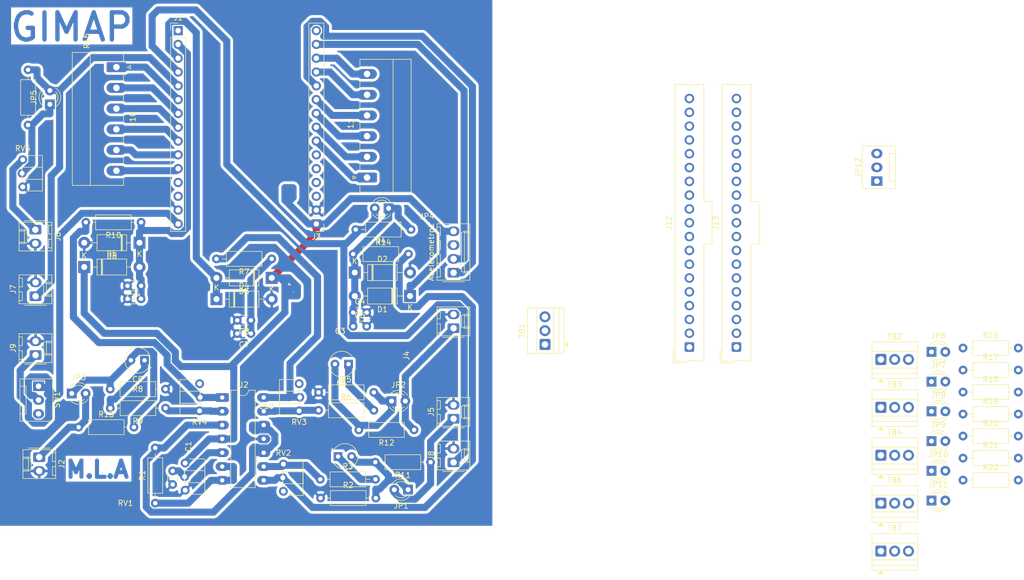
<source format=kicad_pcb>
(kicad_pcb (version 20241229) (generator "pcbnew") (generator_version "9.0")
  (layers (0 "F.Cu" signal) (2 "B.Cu" signal) (13 "F.Paste" user) (15 "B.Paste" user) (5 "F.SilkS" user "F.Silkscreen") (7 "B.SilkS" user "B.Silkscreen") (1 "F.Mask" user) (3 "B.Mask" user) (25 "Edge.Cuts" user))
  (net 0 "")
  (net 1 "SCL")
  (net 2 "SDA")
  (net 3 "+3.3V")
  (net 4 "GND")
  (net 5 "Net-(JP1-A)")
  (net 6 "Net-(D1-A)")
  (net 7 "Net-(JP2-A)")
  (net 8 "ADC2MICRO")
  (net 9 "Net-(JP3-A)")
  (net 10 "ADC1MICRO")
  (net 11 "Signal1")
  (net 12 "Signal2")
  (net 13 "Signal3")
  (net 14 "Bateria")
  (net 15 "ADC4MICRO")
  (net 16 "ADC3MICRO")
  (net 17 "VIN")
  (net 18 "Net-(JP5-A)")
  (net 19 "OFFSET")
  (net 20 "Net-(R4-Pad2)")
  (net 21 "Net-(R7-Pad2)")
  (net 22 "Net-(R10-Pad2)")
  (net 26 "Net-(C3-Pad1)")
  (net 27 "Net-(C6-Pad1)")
  (net 28 "Net-(C9-Pad1)")
  (net 37 "Net-(U2B-+)")
  (net 38 "Net-(U2B--)")
  (net 39 "Net-(U2C--)")
  (net 40 "Net-(U2D--)")
  (net 41 "Net-(U2A--)")
  (net 42 "Net-(J9-Pin_1)")
  (net 43 "Net-(J1-Pin_8)")
  (net 44 "Net-(J1-Pin_7)")
  (net 45 "Net-(J1-Pin_9)")
  (net 46 "Net-(J1-Pin_11)")
  (net 47 "Net-(J1-Pin_10)")
  (net 48 "Net-(J1-Pin_6)")
  (net 49 "Net-(J11-Pin_6)")
  (net 50 "Net-(J11-Pin_1)")
  (net 51 "Net-(J11-Pin_3)")
  (net 52 "Net-(J11-Pin_4)")
  (net 53 "Net-(J11-Pin_2)")
  (net 54 "Net-(J11-Pin_5)")
  (net 55 "TB6")
  (net 56 "13_J13")
  (net 57 "3V3")
  (net 61 "Net-(JP6-A)")
  (net 62 "12_J9")
  (net 63 "TB1")
  (net 64 "TB2")
  (net 65 "Net-(JP7-A)")
  (net 66 "Net-(JP8-A)")
  (net 67 "TB3")
  (net 68 "Net-(JP9-B)")
  (net 69 "Net-(JP9-A)")
  (net 70 "TB5")
  (net 71 "Net-(JP10-A)")
  (net 72 "Net-(JP11-A)")
  (net 85 "5_J10")
  (footprint "Connector_Molex:Molex_KK-254_AE-6410-02A_1x02_P2.54mm_Vertical" (layer "F.Cu") (at 45.3328 55.9276 -90)
    (property "Reference" "J6")
    (property "Value" "Conn_01x02_Pin")
  )
  (footprint "Resistor_THT:R_Axial_DIN0207_L6.3mm_D2.5mm_P10.16mm_Horizontal" (layer "F.Cu") (at 53.2928 92.256)
    (property "Reference" "R13")
    (property "Value" "0")
  )
  (footprint "Capacitor_THT:CP_Radial_Tantal_D4.5mm_P2.50mm" (layer "F.Cu") (at 100.9728 97.656)
    (property "Reference" "C3")
    (property "Value" "C_Polarized")
  )
  (footprint "Diode_THT:D_DO-41_SOD81_P10.16mm_Horizontal" (layer "F.Cu") (at 78.62 68.7)
    (property "Reference" "D4")
    (property "Value" "1N47xxA")
  )
  (footprint "Connector_Molex:Molex_KK-254_AE-6410-04A_1x04_P2.54mm_Vertical" (layer "F.Cu") (at 122.2 63.84 90)
    (property "Reference" "Acelerometro1")
    (property "Value" "Conn_01x04")
  )
  (footprint "LED_THT:LED_D3.0mm" (layer "F.Cu") (at 210.05 100.29)
    (property "Reference" "JP10")
    (property "Value" "Jumper_2_Bridged")
  )
  (footprint "Connector_Molex:Molex_SL_171971-0019_1x19_P2.54mm_Vertical" (layer "F.Cu") (at 165.55 77.52 90)
    (property "Reference" "J12")
    (property "Value" "Conn_01x19")
  )
  (footprint "Capacitor_THT:C_Disc_D3.0mm_W1.6mm_P2.50mm" (layer "F.Cu") (at 103.7436 71.1721)
    (property "Reference" "C4")
    (property "Value" "470nF")
  )
  (footprint "Capacitor_THT:C_Disc_D3.0mm_W1.6mm_P2.50mm" (layer "F.Cu") (at 103.7436 73.7121)
    (property "Reference" "C5")
    (property "Value" "220nF")
  )
  (footprint "Resistor_THT:R_Axial_DIN0207_L6.3mm_D2.5mm_P10.16mm_Horizontal" (layer "F.Cu") (at 67.3728 106.236 90)
    (property "Reference" "R1")
    (property "Value" "10k")
  )
  (footprint "Package_DIP:DIP-14_W7.62mm_LongPads" (layer "F.Cu") (at 79.6844 86.798)
    (property "Reference" "U2")
    (property "Value" "MCP6004")
  )
  (footprint "MATIIII:Potentiometer_ACP_CA6-H2,5_Horizontal" (layer "F.Cu") (at 75.5228 89.256 180)
    (property "Reference" "RV4")
    (property "Value" "10k")
  )
  (footprint "Connector_PinHeader_2.54mm:PinHeader_1x15_P2.54mm_Vertical" (layer "F.Cu") (at 71.5772 19.304)
    (property "Reference" "J1")
    (property "Value" "Conn_01x15")
  )
  (footprint "Connector_Molex:Molex_KK-254_AE-6410-02A_1x02_P2.54mm_Vertical" (layer "F.Cu") (at 122.2 74.0558 90)
    (property "Reference" "J4")
    (property "Value" "Conn_01x02_Pin")
  )
  (footprint "TerminalBlock:TerminalBlock_Xinya_XY308-2.54-3P_1x03_P2.54mm_Horizontal" (layer "F.Cu") (at 200.74 115.06)
    (property "Reference" "TB7")
    (property "Value" "Screw_Terminal_01x03")
  )
  (footprint "Resistor_THT:R_Axial_DIN0207_L6.3mm_D2.5mm_P10.16mm_Horizontal" (layer "F.Cu") (at 97.6928 101.856)
    (property "Reference" "R3")
    (property "Value" "100")
  )
  (footprint "LED_THT:LED_D3.0mm" (layer "F.Cu") (at 110.27 52 180)
    (property "Reference" "JP4")
    (property "Value" "Jumper_2_Bridged")
  )
  (footprint "MATIIII:Potentiometer_ACP_CA6-H2,5_Horizontal" (layer "F.Cu") (at 93.8228 89.256 180)
    (property "Reference" "RV3")
    (property "Value" "10K")
  )
  (footprint "LED_THT:LED_D3.0mm" (layer "F.Cu") (at 110.8028 87.456)
    (property "Reference" "JP2")
    (property "Value" "Jumper_2_Bridged")
  )
  (footprint "LED_THT:LED_D3.0mm" (layer "F.Cu") (at 210.05 83.88)
    (property "Reference" "JP7")
    (property "Value" "Jumper_2_Bridged")
  )
  (footprint "Resistor_THT:R_Axial_DIN0207_L6.3mm_D2.5mm_P10.16mm_Horizontal" (layer "F.Cu") (at 117.98 98.7 180)
    (property "Reference" "R11")
    (property "Value" "0")
  )
  (footprint "Resistor_THT:R_Axial_DIN0207_L6.3mm_D2.5mm_P10.16mm_Horizontal" (layer "F.Cu") (at 44 36.68 90)
    (property "Reference" "R15")
    (property "Value" "0")
  )
  (footprint "MATIIII:Potentiometer_ACP_CA6-H2,5_Horizontal" (layer "F.Cu") (at 72.8728 98.856)
    (property "Reference" "RV1")
    (property "Value" "5K")
  )
  (footprint "MATIIII:Potentiometer_ACP_CA6-H2,5_Horizontal" (layer "F.Cu") (at 90.9228 99.056)
    (property "Reference" "RV2")
    (property "Value" "10K")
  )
  (footprint "Resistor_THT:R_Axial_DIN0207_L6.3mm_D2.5mm_P10.16mm_Horizontal" (layer "F.Cu") (at 88.78 61.3 180)
    (property "Reference" "R7")
    (property "Value" "100")
  )
  (footprint "Resistor_THT:R_Axial_DIN0207_L6.3mm_D2.5mm_P10.16mm_Horizontal" (layer "F.Cu") (at 69.2528 85.256 180)
    (property "Reference" "R8")
    (property "Value" "3M")
  )
  (footprint "Connector:FanPinHeader_1x03_P2.54mm_Vertical" (layer "F.Cu") (at 45.9178 84.726 -90)
    (property "Reference" "SW1")
    (property "Value" "SW_SPST")
  )
  (footprint "Resistor_THT:R_Axial_DIN0207_L6.3mm_D2.5mm_P10.16mm_Horizontal" (layer "F.Cu") (at 215.84 89.85)
    (property "Reference" "R19")
    (property "Value" "4.7k")
  )
  (footprint "LED_THT:LED_D3.0mm" (layer "F.Cu") (at 113.8428 103.756 180)
    (property "Reference" "JP1")
    (property "Value" "Jumper_2_Bridged")
  )
  (footprint "TerminalBlock:TerminalBlock_Xinya_XY308-2.54-3P_1x03_P2.54mm_Horizontal" (layer "F.Cu") (at 200.74 79.8)
    (property "Reference" "TB2")
    (property "Value" "Screw_Terminal_01x03")
  )
  (footprint "Resistor_THT:R_Axial_DIN0207_L6.3mm_D2.5mm_P10.16mm_Horizontal" (layer "F.Cu") (at 114.38 55.9 180)
    (property "Reference" "R14")
    (property "Value" "0")
  )
  (footprint "Resistor_THT:R_Axial_DIN0207_L6.3mm_D2.5mm_P10.16mm_Horizontal" (layer "F.Cu") (at 97.3928 89.156)
    (property "Reference" "R6")
    (property "Value" "100")
  )
  (footprint "Connector_Molex:Molex_KK-254_AE-6410-02A_1x02_P2.54mm_Vertical" (layer "F.Cu") (at 46.0428 97.776 -90)
    (property "Reference" "J2")
    (property "Value" "Conn_01x02_Pin")
  )
  (footprint "Connector_PinHeader_2.54mm:PinHeader_1x15_P2.54mm_Vertical" (layer "F.Cu") (at 96.9772 54.864 180)
    (property "Reference" "J3")
    (property "Value" "Conn_01x15")
  )
  (footprint "Resistor_THT:R_Axial_DIN0207_L6.3mm_D2.5mm_P10.16mm_Horizontal" (layer "F.Cu") (at 215.84 102)
    (property "Reference" "R22")
    (property "Value" "4.7k")
  )
  (footprint "Resistor_THT:R_Axial_DIN0207_L6.3mm_D2.5mm_P10.16mm_Horizontal" (layer "F.Cu") (at 215.84 85.8)
    (property "Reference" "R18")
    (property "Value" "4.7k")
  )
  (footprint "Connector_Molex:Molex_KK-254_AE-6410-02A_1x02_P2.54mm_Vertical" (layer "F.Cu") (at 45.3728 78.9908 90)
    (property "Reference" "J9")
    (property "Value" "Conn_01x02_Pin")
  )
  (footprint "TerminalBlock:TerminalBlock_Xinya_XY308-2.54-3P_1x03_P2.54mm_Horizontal" (layer "F.Cu") (at 139 77.04 90)
    (property "Reference" "TB1")
    (property "Value" "Screw_Terminal_01x03")
  )
  (footprint "Resistor_THT:R_Axial_DIN0207_L6.3mm_D2.5mm_P10.16mm_Horizontal" (layer "F.Cu") (at 215.84 97.95)
    (property "Reference" "R21")
    (property "Value" "4.7k")
  )
  (footprint "Diode_THT:D_DO-41_SOD81_P10.16mm_Horizontal" (layer "F.Cu") (at 64.4758 58.3288 180)
    (property "Reference" "D6")
    (property "Value" "1N47xxA")
  )
  (footprint "Diode_THT:D_DO-41_SOD81_P10.16mm_Horizontal" (layer "F.Cu") (at 104.0436 63.8121)
    (property "Reference" "D2")
    (property "Value" "1N47xxA")
  )
  (footprint "Capacitor_THT:C_Disc_D3.0mm_W1.6mm_P2.50mm" (layer "F.Cu") (at 70.5728 100.306 -90)
    (property "Reference" "C1")
    (property "Value" "10nF")
  )
  (footprint "Resistor_THT:R_Axial_DIN0207_L6.3mm_D2.5mm_P10.16mm_Horizontal" (layer "F.Cu") (at 215.84 93.9)
    (property "Reference" "R20")
    (property "Value" "4.7k")
  )
  (footprint "Resistor_THT:R_Axial_DIN0207_L6.3mm_D2.5mm_P10.16mm_Horizontal" (layer "F.Cu") (at 103.7436 60.4121)
    (property "Reference" "R4")
    (property "Value" "100")
  )
  (footprint "LED_THT:LED_D3.0mm" (layer "F.Cu") (at 210.05 105.76)
    (property "Reference" "JP11")
    (property "Value" "Jumper_2_Bridged")
  )
  (footprint "TerminalBlock:TerminalBlock_Xinya_XY308-2.54-3P_1x03_P2.54mm_Horizontal" (layer "F.Cu") (at 200.74 106.245)
    (property "Reference" "TB6")
    (property "Value" "Screw_Terminal_01x03")
  )
  (footprint "Capacitor_THT:C_Disc_D3.0mm_W1.6mm_P2.50mm" (layer "F.Cu") (at 84.95 75.0384 180)
    (property "Reference" "C7")
    (property "Value" "470nF")
  )
  (footprint "Resistor_THT:R_Axial_DIN0207_L6.3mm_D2.5mm_P10.16mm_Horizontal" (layer "F.Cu") (at 215.84 77.7)
    (property "Reference" "R16")
    (property "Value" "4.7k")
  )
  (footprint "LED_THT:LED_D3.0mm" (layer "F.Cu") (at 210.05 89.35)
    (property "Reference" "JP8")
    (property "Value" "Jumper_2_Bridged")
  )
  (footprint "Connector:FanPinHeader_1x03_P2.54mm_Vertical" (layer "F.Cu") (at 200 47 90)
    (property "Reference" "JP12")
    (property "Value" "Jumper_3_Bridged12")
  )
  (footprint "Connector_Phoenix_MC:PhoenixContact_MC_1,5_6-G-3.81_1x06_P3.81mm_Horizontal" (layer "F.Cu") (at 106.3 46.34 90)
    (property "Reference" "J11")
    (property "Value" "Conn_01x06_Pin")
  )
  (footprint "LED_THT:LED_D3.0mm" (layer "F.Cu") (at 210.05 94.82)
    (property "Reference" "JP9")
    (property "Value" "Jumper_2_Bridged")
  )
  (footprint "Diode_THT:D_DO-41_SOD81_P10.16mm_Horizontal" (layer "F.Cu") (at 54.3158 62.7992)
    (property "Reference" "D5")
    (property "Value" "1N47xxA")
  )
  (footprint "LED_THT:LED_D3.0mm" (layer "F.Cu") (at 210.05 78.41)
    (property "Reference" "JP6")
    (property "Value" "Jumper_2_Bridged")
  )
  (footprint "Diode_THT:D_DO-41_SOD81_P10.16mm_Horizontal" (layer "F.Cu") (at 88.78 64.8 180)
    (property "Reference" "D3")
    (property "Value" "1N47xxA")
  )
  (footprint "MATIIII:Potentiometer_ACP_CA6-H2,5_Horizontal" (layer "F.Cu") (at 43.0128 43.0536)
    (property "Reference" "RV5")
    (property "Value" "5K")
  )
  (footprint "Connector_Phoenix_MC:PhoenixContact_MC_1,5_6-G-3.81_1x06_P3.81mm_Horizontal" (layer "F.Cu") (at 60.2325 26.03 -90)
    (property "Reference" "J10")
    (property "Value" "Conn_01x06_Pin")
  )
  (footprint "Connector_Molex:Molex_SL_171971-0019_1x19_P2.54mm_Vertical" (layer "F.Cu") (at 174.2 77.52 90)
    (property "Reference" "J13")
    (property "Value" "Conn_01x19")
  )
  (footprint "Resistor_THT:R_Axial_DIN0207_L6.3mm_D2.5mm_P10.16mm_Horizontal" (layer "F.Cu") (at 97.3928 85.856)
    (property "Reference" "R5")
    (property "Value" "3M")
  )
  (footprint "Diode_THT:D_DO-41_SOD81_P10.16mm_Horizontal" (layer "F.Cu") (at 114.2036 68.1301 180)
    (property "Reference" "D1")
    (property "Value" "1N47xxA")
  )
  (footprint "Resistor_THT:R_Axial_DIN0207_L6.3mm_D2.5mm_P10.16mm_Horizontal" (layer "F.Cu") (at 69.2728 88.756 180)
    (property "Reference" "R9")
    (property "Value" "100")
  )
  (footprint "LED_THT:LED_D3.0mm" (layer "F.Cu") (at 52.0328 86.056)
    (property "Reference" "JP3")
    (property "Value" "Jumper_2_Bridged")
  )
  (footprint "LED_THT:LED_D3.0mm" (layer "F.Cu") (at 48 32.87 90)
    (property "Reference" "JP5")
    (property "Value" "Jumper_2_Bridged")
  )
  (footprint "Resistor_THT:R_Axial_DIN0207_L6.3mm_D2.5mm_P10.16mm_Horizontal" (layer "F.Cu") (at 114.9528 92.756 180)
    (property "Reference" "R12")
    (property "Value" "0")
  )
  (footprint "Capacitor_THT:C_Disc_D3.0mm_W1.6mm_P2.50mm" (layer "F.Cu") (at 84.95 72.6 180)
    (property "Reference" "C8")
    (property "Value" "220nF")
  )
  (footprint "Connector_Molex:Molex_KK-254_AE-6410-02A_1x02_P2.54mm_Vertical" (layer "F.Cu") (at 122.2 90.7132 90)
    (property "Reference" "J5")
    (property "Value" "Conn_01x02_Pin")
  )
  (footprint "Capacitor_THT:C_Disc_D3.0mm_W1.6mm_P2.50mm" (layer "F.Cu") (at 64.7758 66.2536 180)
    (property "Reference" "C11")
    (property "Value" "220nF")
  )
  (footprint "TerminalBlock:TerminalBlock_Xinya_XY308-2.54-3P_1x03_P2.54mm_Horizontal" (layer "F.Cu") (at 200.74 97.43)
    (property "Reference" "TB4")
    (property "Value" "Screw_Terminal_01x03")
  )
  (footprint "Capacitor_THT:CP_Radial_Tantal_D4.5mm_P2.50mm" (layer "F.Cu") (at 102.9017 80.656 180)
    (property "Reference" "C6")
    (property "Value" "C_Polarized")
  )
  (footprint "Capacitor_THT:CP_Radial_Tantal_D4.5mm_P2.50mm" (layer "F.Cu") (at 65.4017 79.956 180)
    (property "Reference" "C9")
    (property "Value" "C_Polarized")
  )
  (footprint "Connector_Molex:Molex_KK-254_AE-6410-02A_1x02_P2.54mm_Vertical" (layer "F.Cu") (at 45.3728 68.1704 90)
    (property "Reference" "J7")
    (property "Value" "Conn_01x02_Pin")
  )
  (footprint "Resistor_THT:R_Axial_DIN0207_L6.3mm_D2.5mm_P10.16mm_Horizontal" (layer "F.Cu") (at 64.7758 54.5696 180)
    (property "Reference" "R10")
    (property "Value" "100")
  )
  (footprint "Resistor_THT:R_Axial_DIN0207_L6.3mm_D2.5mm_P10.16mm_Horizontal" (layer "F.Cu") (at 97.7592 105.3044)
    (property "Reference" "R2")
    (property "Value" "3M")
  )
  (footprint "Connector_Molex:Molex_KK-254_AE-6410-02A_1x02_P2.54mm_Vertical" (layer "F.Cu") (at 122.2 98.7396 90)
    (property "Reference" "J8")
    (property "Value" "Conn_01x02_Pin")
  )
  (footprint "Capacitor_THT:C_Disc_D3.0mm_W1.6mm_P2.50mm" (layer "F.Cu") (at 64.7758 68.6412 180)
    (property "Reference" "C10")
    (property "Value" "470nF")
  )
  (footprint "TerminalBlock:TerminalBlock_Xinya_XY308-2.54-3P_1x03_P2.54mm_Horizontal" (layer "F.Cu") (at 200.74 88.615)
    (property "Reference" "TB3")
    (property "Value" "Screw_Terminal_01x03")
  )
  (footprint "Resistor_THT:R_Axial_DIN0207_L6.3mm_D2.5mm_P10.16mm_Horizontal" (layer "F.Cu") (at 215.84 81.75)
    (property "Reference" "R17")
    (property "Value" "4.7k")
  )
  (gr_text "GIMAP\n" (at 40.3 21.6 0) (layer "B.Cu") (effects (font (size 5 5) (thickness 0.8)) (justify left bottom)))
  (gr_text "M.L.A\n" (at 50.6 101.8 0) (layer "B.Cu") (effects (font (size 3 3) (thickness 0.75)) (justify left bottom)))
  (segment (start 115.644 21.844) (end 124.1467 30.3467) (width 1.3) (layer "B.Cu") (net 1))
  (segment (start 124.1467 61.3) (end 122.2 61.3) (width 1.3) (layer "B.Cu") (net 1))
  (segment (start 124.1467 30.3467) (end 124.1467 61.3) (width 1.3) (layer "B.Cu") (net 1))
  (segment (start 96.9772 21.844) (end 115.644 21.844) (width 1.3) (layer "B.Cu") (net 1))
  (segment (start 98.343778 20.343) (end 98.6782 20.008578) (width 1.3) (layer "B.Cu") (net 2))
  (segment (start 96.272622 17.603) (end 95.296911 18.578711) (width 1.3) (layer "B.Cu") (net 2))
  (segment (start 97.681778 17.603) (end 96.272622 17.603) (width 1.3) (layer "B.Cu") (net 2))
  (segment (start 125.673 29.573) (end 116.443 20.343) (width 1.3) (layer "B.Cu") (net 2))
  (segment (start 123.7436 63.84) (end 125.673 61.9106) (width 1.3) (layer "B.Cu") (net 2))
  (segment (start 125.673 61.9106) (end 125.673 29.573) (width 1.3) (layer "B.Cu") (net 2))
  (segment (start 95.296911 18.578711) (end 95.2753 18.5571) (width 1.3) (layer "B.Cu") (net 2))
  (segment (start 98.6782 18.599422) (end 97.681778 17.603) (width 1.3) (layer "B.Cu") (net 2))
  (segment (start 98.6782 20.008578) (end 98.6782 18.599422) (width 1.3) (layer "B.Cu") (net 2))
  (segment (start 122.2 63.84) (end 123.7436 63.84) (width 1.3) (layer "B.Cu") (net 2))
  (segment (start 95.2753 18.5571) (end 95.2753 27.7621) (width 1.3) (layer "B.Cu") (net 2))
  (segment (start 116.443 20.343) (end 98.343778 20.343) (width 1.3) (layer "B.Cu") (net 2))
  (segment (start 95.2753 27.7621) (end 96.9772 29.464) (width 1.3) (layer "B.Cu") (net 2))
  (segment (start 96.9772 56.6028) (end 88.78 64.8) (width 1.3) (layer "F.Cu") (net 3))
  (segment (start 96.9772 54.864) (end 96.9772 56.6028) (width 1.3) (layer "F.Cu") (net 3))
  (segment (start 81.6468 94.418) (end 81.6494 94.418) (width 1.3) (layer "B.Cu") (net 3))
  (segment (start 58 75) (end 54.3158 71.3158) (width 1.3) (layer "B.Cu") (net 3))
  (segment (start 91.2 65.6441) (end 91.2 71.148) (width 1.3) (layer "B.Cu") (net 3))
  (segment (start 92 66.8) (end 92.2 66.8) (width 1.3) (layer "B.Cu") (net 3))
  (segment (start 81.8001 94.354) (end 81.7361 94.418) (width 1.3) (layer "B.Cu") (net 3))
  (segment (start 81.6519 94.418) (end 81.652 94.418) (width 1.3) (layer "B.Cu") (net 3))
  (segment (start 81.652 94.418) (end 81.7361 94.418) (width 1.3) (layer "B.Cu") (net 3))
  (segment (start 81.6494 94.418) (end 81.6507 94.418) (width 1.3) (layer "B.Cu") (net 3))
  (segment (start 81.8001 80.5479) (end 81.248 81.1) (width 1.3) (layer "B.Cu") (net 3))
  (segment (start 72.099534 81.1) (end 71.0585 80.058966) (width 1.3) (layer "B.Cu") (net 3))
  (segment (start 72.8728 98.856) (end 77.3108 94.418) (width 1.3) (layer "B.Cu") (net 3))
  (segment (start 67.650634 75) (end 58 75) (width 1.3) (layer "B.Cu") (net 3))
  (segment (start 114.6916 66.1784) (end 120.2533 60.6167) (width 1.3) (layer "B.Cu") (net 3))
  (segment (start 81.6507 94.418) (end 81.6514 94.418) (width 1.3) (layer "B.Cu") (net 3))
  (segment (start 88.78 64.8) (end 91.9 64.8) (width 1.3) (layer "B.Cu") (net 3))
  (segment (start 95.564 54.864) (end 96.9772 54.864) (width 1.3) (layer "B.Cu") (net 3))
  (segment (start 81.6416 94.418) (end 81.6468 94.418) (width 1.3) (layer "B.Cu") (net 3))
  (segment (start 90.3559 64.8) (end 91.2 65.6441) (width 1.3) (layer "B.Cu") (net 3))
  (segment (start 114.2036 66.1784) (end 114.6916 66.1784) (width 1.3) (layer "B.Cu") (net 3))
  (segment (start 88.78 64.8) (end 90.3559 64.8) (width 1.3) (layer "B.Cu") (net 3))
  (segment (start 81.248 81.1) (end 72.099534 81.1) (width 1.3) (layer "B.Cu") (net 3))
  (segment (start 81.5686 94.418) (end 81.6103 94.418) (width 1.3) (layer "B.Cu") (net 3))
  (segment (start 81.6514 94.418) (end 81.6517 94.418) (width 1.3) (layer "B.Cu") (net 3))
  (segment (start 71.0585 80.058966) (end 71.0585 78.407866) (width 1.3) (layer "B.Cu") (net 3))
  (segment (start 120.2533 60.6167) (end 120.2533 56.22) (width 1.3) (layer "B.Cu") (net 3))
  (segment (start 91.2 50.5) (end 95.564 54.864) (width 1.3) (layer "B.Cu") (net 3))
  (segment (start 92 68.1) (end 92 66.8) (width 1.3) (layer "B.Cu") (net 3))
  (segment (start 54.3158 71.3158) (end 54.3158 62.7992) (width 1.3) (layer "B.Cu") (net 3))
  (segment (start 92.7 50) (end 92.3 50.4) (width 1.3) (layer "B.Cu") (net 3))
  (segment (start 71.0585 78.407866) (end 67.650634 75) (width 1.3) (layer "B.Cu") (net 3))
  (segment (start 92.7 48.2) (end 92.7 50) (width 1.3) (layer "B.Cu") (net 3))
  (segment (start 81.3182 94.418) (end 81.4851 94.418) (width 1.3) (layer "B.Cu") (net 3))
  (segment (start 98.6789 54.864) (end 103.3286 50.2143) (width 1.3) (layer "B.Cu") (net 3))
  (segment (start 103.3286 50.2143) (end 114.2476 50.2143) (width 1.3) (layer "B.Cu") (net 3))
  (segment (start 122.2 56.22) (end 120.2533 56.22) (width 1.3) (layer "B.Cu") (net 3))
  (segment (start 92.3 48.2) (end 91.2 48.2) (width 1.3) (layer "B.Cu") (net 3))
  (segment (start 79.6844 94.418) (end 81.3182 94.418) (width 1.3) (layer "B.Cu") (net 3))
  (segment (start 91.9 64.8) (end 93.5 66.4) (width 1.3) (layer "B.Cu") (net 3))
  (segment (start 93.5 66.4) (end 93.5 68.1) (width 1.3) (layer "B.Cu") (net 3))
  (segment (start 114.2036 68.1301) (end 114.2036 66.1784) (width 1.3) (layer "B.Cu") (net 3))
  (segment (start 92.3 50.4) (end 92.3 48.2) (width 1.3) (layer "B.Cu") (net 3))
  (segment (start 81.6517 94.418) (end 81.6519 94.418) (width 1.3) (layer "B.Cu") (net 3))
  (segment (start 81.6312 94.418) (end 81.6416 94.418) (width 1.3) (layer "B.Cu") (net 3))
  (segment (start 93.5 68.1) (end 92 68.1) (width 1.3) (layer "B.Cu") (net 3))
  (segment (start 96.9772 54.864) (end 98.6789 54.864) (width 1.3) (layer "B.Cu") (net 3))
  (segment (start 77.3108 94.418) (end 79.6844 94.418) (width 1.3) (layer "B.Cu") (net 3))
  (segment (start 91.2 48.2) (end 91.2 50.5) (width 1.3) (layer "B.Cu") (net 3))
  (segment (start 114.2476 50.2143) (end 120.2533 56.22) (width 1.3) (layer "B.Cu") (net 3))
  (segment (start 81.6103 94.418) (end 81.6312 94.418) (width 1.3) (layer "B.Cu") (net 3))
  (segment (start 81.8001 80.5479) (end 81.8001 94.354) (width 1.3) (layer "B.Cu") (net 3))
  (segment (start 91.2 71.148) (end 81.8001 80.5479) (width 1.3) (layer "B.Cu") (net 3))
  (segment (start 81.4851 94.418) (end 81.5686 94.418) (width 1.3) (layer "B.Cu") (net 3))
  (segment (start 92.2 66.8) (end 92.3 66.9) (width 1.3) (layer "B.Cu") (net 3))
  (segment (start 103.4728 97.656) (end 104.5168 98.7) (width 1.3) (layer "B.Cu") (net 5))
  (segment (start 113.8428 103.756) (end 112.0876 102.0008) (width 1.3) (layer "B.Cu") (net 5))
  (segment (start 110.2393 102.0008) (end 108.5874 103.6527) (width 1.3) (layer "B.Cu") (net 5))
  (segment (start 108.5874 103.6527) (end 107.9192 103.6527) (width 1.3) (layer "B.Cu") (net 5))
  (segment (start 107.82 98.7) (end 110.2393 101.1193) (width 1.3) (layer "B.Cu") (net 5))
  (segment (start 104.5168 98.7) (end 107.82 98.7) (width 1.3) (layer "B.Cu") (net 5))
  (segment (start 110.2393 101.1193) (end 110.2393 102.0008) (width 1.3) (layer "B.Cu") (net 5))
  (segment (start 112.0876 102.0008) (end 110.2393 102.0008) (width 1.3) (layer "B.Cu") (net 5))
  (segment (start 107.9192 105.3044) (end 107.9192 103.6527) (width 1.3) (layer "B.Cu") (net 5))
  (segment (start 103.7436 70.3818) (end 103.7436 71.1721) (width 1.3) (layer "B.Cu") (net 6))
  (segment (start 103.7436 60.4121) (end 110.27 53.8857) (width 1.3) (layer "B.Cu") (net 6))
  (segment (start 103.7436 73.7121) (end 103.7436 71.1721) (width 1.3) (layer "B.Cu") (net 6))
  (segment (start 104.0436 70.0818) (end 103.7436 70.3818) (width 1.3) (layer "B.Cu") (net 6))
  (segment (start 104.0436 63.8121) (end 104.0436 68.1301) (width 1.3) (layer "B.Cu") (net 6))
  (segment (start 104.0436 61.8604) (end 103.7436 61.5604) (width 1.3) (layer "B.Cu") (net 6))
  (segment (start 104.0436 68.1301) (end 104.0436 70.0818) (width 1.3) (layer "B.Cu") (net 6))
  (segment (start 114.38 55.9) (end 112.0217 53.5417) (width 1.3) (layer "B.Cu") (net 6))
  (segment (start 110.27 53.8857) (end 110.27 52) (width 1.3) (layer "B.Cu") (net 6))
  (segment (start 103.7436 61.5604) (end 103.7436 60.4121) (width 1.3) (layer "B.Cu") (net 6))
  (segment (start 112.0217 53.5417) (end 112.0217 52) (width 1.3) (layer "B.Cu") (net 6))
  (segment (start 104.0436 63.8121) (end 104.0436 61.8604) (width 1.3) (layer "B.Cu") (net 6))
  (segment (start 110.27 52) (end 112.0217 52) (width 1.3) (layer "B.Cu") (net 6))
  (segment (start 110.8028 87.456) (end 109.0511 87.456) (width 1.3) (layer "B.Cu") (net 7))
  (segment (start 100.4017 87.539) (end 104.7928 91.9301) (width 1.3) (layer "B.Cu") (net 7))
  (segment (start 110.8028 87.456) (end 110.8028 89.2077) (width 1.3) (layer "B.Cu") (net 7))
  (segment (start 108.0804 91.9301) (end 110.8028 89.2077) (width 1.3) (layer "B.Cu") (net 7))
  (segment (start 100.4017 80.656) (end 100.4017 87.539) (width 1.3) (layer "B.Cu") (net 7))
  (segment (start 109.0511 87.456) (end 109.0511 87.3543) (width 1.3) (layer "B.Cu") (net 7))
  (segment (start 109.0511 87.3543) (end 107.5528 85.856) (width 1.3) (layer "B.Cu") (net 7))
  (segment (start 104.7928 92.756) (end 104.7928 91.9301) (width 1.3) (layer "B.Cu") (net 7))
  (segment (start 104.7928 91.9301) (end 108.0804 91.9301) (width 1.3) (layer "B.Cu") (net 7))
  (segment (start 88.78 61.3) (end 84.95 65.13) (width 1.3) (layer "B.Cu") (net 8))
  (segment (start 84.95 65.13) (end 84.95 66.23) (width 1.3) (layer "B.Cu") (net 8))
  (segment (start 70.3485 17.5984) (end 72.834 17.5984) (width 1.3) (layer "B.Cu") (net 8))
  (segment (start 71.5772 24.384) (end 69.8459 22.6527) (width 1.3) (layer "B.Cu") (net 8))
  (segment (start 78.62 66.23) (end 84.95 66.23) (width 1.3) (layer "B.Cu") (net 8))
  (segment (start 72.834 17.5984) (end 74.9206 19.685) (width 1.3) (layer "B.Cu") (net 8))
  (segment (start 74.9206 19.685) (end 74.9206 61.1006) (width 1.3) (layer "B.Cu") (net 8))
  (segment (start 69.8459 22.6527) (end 69.8459 18.101) (width 1.3) (layer "B.Cu") (net 8))
  (segment (start 78.62 68.7) (end 78.62 66.23) (width 1.3) (layer "B.Cu") (net 8))
  (segment (start 84.95 66.23) (end 84.95 72.6) (width 1.3) (layer "B.Cu") (net 8))
  (segment (start 84.95 72.6) (end 84.95 75.0384) (width 1.3) (layer "B.Cu") (net 8))
  (segment (start 74.9206 61.1006) (end 78.62 64.8) (width 1.3) (layer "B.Cu") (net 8))
  (segment (start 78.62 66.23) (end 78.62 64.8) (width 1.3) (layer "B.Cu") (net 8))
  (segment (start 69.8459 18.101) (end 70.3485 17.5984) (width 1.3) (layer "B.Cu") (net 8))
  (segment (start 67.0877 86.9694) (end 67.0877 78.7695) (width 1.3) (layer "B.Cu") (net 9))
  (segment (start 54.4845 83.6043) (end 59.0928 83.6043) (width 1.3) (layer "B.Cu") (net 9))
  (segment (start 62.9017 79.5558) (end 62.9017 79.956) (width 1.3) (layer "B.Cu") (net 9))
  (segment (start 66.6225 78.3043) (end 64.1532 78.3043) (width 1.3) (layer "B.Cu") (net 9))
  (segment (start 59.0928 85.256) (end 59.0928 83.6043) (width 1.3) (layer "B.Cu") (net 9))
  (segment (start 59.2534 83.6043) (end 59.0928 83.6043) (width 1.3) (layer "B.Cu") (net 9))
  (segment (start 62.9017 79.956) (end 59.2534 83.6043) (width 1.3) (layer "B.Cu") (net 9))
  (segment (start 64.1532 78.3043) (end 62.9017 79.5558) (width 1.3) (layer "B.Cu") (net 9))
  (segment (start 52.0328 86.056) (end 54.4845 83.6043) (width 1.3) (layer "B.Cu") (net 9))
  (segment (start 63.4528 92.256) (end 63.4528 90.6043) (width 1.3) (layer "B.Cu") (net 9))
  (segment (start 63.4528 90.6043) (end 67.0877 86.9694) (width 1.3) (layer "B.Cu") (net 9))
  (segment (start 67.0877 78.7695) (end 66.6225 78.3043) (width 1.3) (layer "B.Cu") (net 9))
  (segment (start 69.8923 56.0771) (end 70.4475 56.6323) (width 1.3) (layer "B.Cu") (net 10))
  (segment (start 64.4758 58.3288) (end 64.4758 62.7992) (width 1.3) (layer "B.Cu") (net 10))
  (segment (start 64.4758 62.7992) (end 64.4758 64.7509) (width 1.3) (layer "B.Cu") (net 10))
  (segment (start 64.7758 56.0771) (end 64.4758 56.3771) (width 1.3) (layer "B.Cu") (net 10))
  (segment (start 64.7758 54.5696) (end 64.7758 56.0771) (width 1.3) (layer "B.Cu") (net 10))
  (segment (start 70.4475 56.6323) (end 72.2176 56.6323) (width 1.3) (layer "B.Cu") (net 10))
  (segment (start 64.4758 58.3288) (end 64.4758 56.3771) (width 1.3) (layer "B.Cu") (net 10))
  (segment (start 73.2945 55.5554) (end 73.2945 23.5613) (width 1.3) (layer "B.Cu") (net 10))
  (segment (start 64.7758 68.6412) (end 64.7758 66.2536) (width 1.3) (layer "B.Cu") (net 10))
  (segment (start 64.4758 64.7509) (end 64.7758 65.0509) (width 1.3) (layer "B.Cu") (net 10))
  (segment (start 73.2945 23.5613) (end 71.5772 21.844) (width 1.3) (layer "B.Cu") (net 10))
  (segment (start 72.2176 56.6323) (end 73.2945 55.5554) (width 1.3) (layer "B.Cu") (net 10))
  (segment (start 64.7758 65.0509) (end 64.7758 66.2536) (width 1.3) (layer "B.Cu") (net 10))
  (segment (start 64.7758 56.0771) (end 69.8923 56.0771) (width 1.3) (layer "B.Cu") (net 10))
  (segment (start 53.2928 92.256) (end 54.5728 90.976) (width 1.3) (layer "B.Cu") (net 11))
  (segment (start 53.2928 92.256) (end 51.5628 92.256) (width 1.3) (layer "B.Cu") (net 11))
  (segment (start 51.5628 92.256) (end 46.0428 97.776) (width 1.3) (layer "B.Cu") (net 11))
  (segment (start 54.5728 90.976) (end 54.5728 86.056) (width 1.3) (layer "B.Cu") (net 11))
  (segment (start 122.2 74.0558) (end 113.3428 82.913) (width 1.3) (layer "B.Cu") (net 12))
  (segment (start 113.3428 91.146) (end 113.3428 87.456) (width 1.3) (layer "B.Cu") (net 12))
  (segment (start 114.9528 92.756) (end 113.3428 91.146) (width 1.3) (layer "B.Cu") (net 12))
  (segment (start 113.3428 82.913) (end 113.3428 87.456) (width 1.3) (layer "B.Cu") (net 12))
  (segment (start 112.551 105.5107) (end 111.3028 104.2625) (width 1.3) (layer "B.Cu") (net 13))
  (segment (start 117.98 94.9332) (end 117.98 98.7) (width 1.3) (layer "B.Cu") (net 13))
  (segment (start 117.98 102.6624) (end 115.1317 105.5107) (width 1.3) (layer "B.Cu") (net 13))
  (segment (start 117.98 98.7) (end 117.98 102.6624) (width 1.3) (layer "B.Cu") (net 13))
  (segment (start 122.2 90.7132) (end 117.98 94.9332) (width 1.3) (layer "B.Cu") (net 13))
  (segment (start 111.3028 104.2625) (end 111.3028 103.756) (width 1.3) (layer "B.Cu") (net 13))
  (segment (start 115.1317 105.5107) (end 112.551 105.5107) (width 1.3) (layer "B.Cu") (net 13))
  (segment (start 41.1972 51.792) (end 41.1972 44.8692) (width 1.3) (layer "B.Cu") (net 14))
  (segment (start 45.3328 55.9276) (end 41.1972 51.792) (width 1.3) (layer "B.Cu") (net 14))
  (segment (start 41.1972 44.8692) (end 43.0128 43.0536) (width 1.3) (layer "B.Cu") (net 14))
  (segment (start 48 30.33) (end 49.7931 30.33) (width 1.3) (layer "B.Cu") (net 15))
  (segment (start 49.7931 44.4543) (end 48.2509 45.9965) (width 1.3) (layer "B.Cu") (net 15))
  (segment (start 49.7931 30.33) (end 55.8499 24.2732) (width 1.3) (layer "B.Cu") (net 15))
  (segment (start 45.4928 68.1704) (end 45.3728 68.1704) (width 1.3) (layer "B.Cu") (net 15))
  (segment (start 45.6517 26.52) (end 45.6517 27.9817) (width 1.3) (layer "B.Cu") (net 15))
  (segment (start 48.2509 65.4123) (end 45.4928 68.1704) (width 1.3) (layer "B.Cu") (net 15))
  (segment (start 45.6517 27.9817) (end 48 30.33) (width 1.3) (layer "B.Cu") (net 15))
  (segment (start 44 26.52) (end 45.6517 26.52) (width 1.3) (layer "B.Cu") (net 15))
  (segment (start 55.8499 24.2732) (end 66.3864 24.2732) (width 1.3) (layer "B.Cu") (net 15))
  (segment (start 66.3864 24.2732) (end 71.5772 29.464) (width 1.3) (layer "B.Cu") (net 15))
  (segment (start 49.7931 30.33) (end 49.7931 44.4543) (width 1.3) (layer "B.Cu") (net 15))
  (segment (start 48.2509 45.9965) (end 48.2509 65.4123) (width 1.3) (layer "B.Cu") (net 15))
  (segment (start 123.0979 69.7498) (end 124.1573 70.8092) (width 1.3) (layer "B.Cu") (net 16))
  (segment (start 102.0441 58.502) (end 95.102 58.502) (width 1.3) (layer "B.Cu") (net 16))
  (segment (start 102.0441 58.502) (end 102.0441 74.4149) (width 1.3) (layer "B.Cu") (net 16))
  (segment (start 105.0459 55.9) (end 102.4439 58.502) (width 1.3) (layer "B.Cu") (net 16))
  (segment (start 104.22 55.9) (end 105.0459 55.9) (width 1.3) (layer "B.Cu") (net 16))
  (segment (start 80.5216 43.9216) (end 80.5216 21.2216) (width 1.3) (layer "B.Cu") (net 16))
  (segment (start 105.0459 55.9) (end 105.8717 55.9) (width 1.3) (layer "B.Cu") (net 16))
  (segment (start 107.73 54.0417) (end 107.73 52) (width 1.3) (layer "B.Cu") (net 16))
  (segment (start 80.5216 21.2216) (end 74.8 15.5) (width 1.3) (layer "B.Cu") (net 16))
  (segment (start 124.1573 96.9022) (end 122.3199 98.7396) (width 1.3) (layer "B.Cu") (net 16))
  (segment (start 74.8 15.5) (end 67.9 15.5) (width 1.3) (layer "B.Cu") (net 16))
  (segment (start 119.318 69.7498) (end 123.0979 69.7498) (width 1.3) (layer "B.Cu") (net 16))
  (segment (start 66.8 16.6) (end 66.8 22.1468) (width 1.3) (layer "B.Cu") (net 16))
  (segment (start 67.9 15.5) (end 66.8 16.6) (width 1.3) (layer "B.Cu") (net 16))
  (segment (start 102.4439 58.502) (end 102.0441 58.502) (width 1.3) (layer "B.Cu") (net 16))
  (segment (start 124.1573 70.8092) (end 124.1573 96.9022) (width 1.3) (layer "B.Cu") (net 16))
  (segment (start 122.3199 98.7396) (end 122.2 98.7396) (width 1.3) (layer "B.Cu") (net 16))
  (segment (start 103.0422 75.413) (end 113.6548 75.413) (width 1.3) (layer "B.Cu") (net 16))
  (segment (start 102.0441 74.4149) (end 103.0422 75.413) (width 1.3) (layer "B.Cu") (net 16))
  (segment (start 95.102 58.502) (end 80.5216 43.9216) (width 1.3) (layer "B.Cu") (net 16))
  (segment (start 66.8 22.1468) (end 71.5772 26.924) (width 1.3) (layer "B.Cu") (net 16))
  (segment (start 113.6548 75.413) (end 119.318 69.7498) (width 1.3) (layer "B.Cu") (net 16))
  (segment (start 105.8717 55.9) (end 107.73 54.0417) (width 1.3) (layer "B.Cu") (net 16))
  (segment (start 47.7845 85.9438) (end 47.5562 86.1721) (width 1.3) (layer "B.Cu") (net 17))
  (segment (start 47.2856 83.0093) (end 47.7845 83.5082) (width 1.3) (layer "B.Cu") (net 17))
  (segment (start 49.8147 86.0592) (end 49.8147 56.9944) (width 1.3) (layer "B.Cu") (net 17))
  (segment (start 49.8147 56.9944) (end 53.8961 52.913) (width 1.3) (layer "B.Cu") (net 17))
  (segment (start 45.0945 86.4427) (end 44.55 86.4427) (width 1.3) (layer "B.Cu") (net 17))
  (segment (start 45.9178 87.266) (end 45.0945 86.4427) (width 1.3) (layer "B.Cu") (net 17))
  (segment (start 49.4327 86.4412) (end 49.8147 86.0592) (width 1.3) (layer "B.Cu") (net 17))
  (segment (start 44.55 86.4427) (end 44.0511 85.9438) (width 1.3) (layer "B.Cu") (net 17))
  (segment (start 69.6262 52.913) (end 71.5772 54.864) (width 1.3) (layer "B.Cu") (net 17))
  (segment (start 44.55 83.0093) (end 47.2856 83.0093) (width 1.3) (layer "B.Cu") (net 17))
  (segment (start 44.0511 85.9438) (end 44.0511 83.5082) (width 1.3) (layer "B.Cu") (net 17))
  (segment (start 47.7845 83.5082) (end 47.7845 85.9438) (width 1.3) (layer "B.Cu") (net 17))
  (segment (start 53.8961 52.913) (end 69.6262 52.913) (width 1.3) (layer "B.Cu") (net 17))
  (segment (start 47.8252 86.4412) (end 49.4327 86.4412) (width 1.3) (layer "B.Cu") (net 17))
  (segment (start 47.5562 86.1721) (end 47.5562 86.1722) (width 1.3) (layer "B.Cu") (net 17))
  (segment (start 47.5562 86.1722) (end 47.8252 86.4412) (width 1.3) (layer "B.Cu") (net 17))
  (segment (start 44.0511 83.5082) (end 44.55 83.0093) (width 1.3) (layer "B.Cu") (net 17))
  (segment (start 44.6875 43.7689) (end 42.9028 45.5536) (width 1.3) (layer "B.Cu") (net 18))
  (segment (start 44.6875 36.68) (end 44.6875 43.7689) (width 1.3) (layer "B.Cu") (net 18))
  (segment (start 44.6875 36.68) (end 46.7458 34.6217) (width 1.3) (layer "B.Cu") (net 18))
  (segment (start 46.7458 34.6217) (end 48 34.6217) (width 1.3) (layer "B.Cu") (net 18))
  (segment (start 48 32.87) (end 48 34.6217) (width 1.3) (layer "B.Cu") (net 18))
  (segment (start 44 36.68) (end 44.6875 36.68) (width 1.3) (layer "B.Cu") (net 18))
  (segment (start 89.3561 93.7338) (end 89.3561 95.1022) (width 1.3) (layer "B.Cu") (net 19))
  (segment (start 85.6286 96.958) (end 85.2542 96.958) (width 1.3) (layer "B.Cu") (net 19))
  (segment (start 78.0676 107.8894) (end 66.6414 107.8894) (width 1.3) (layer "B.Cu") (net 19))
  (segment (start 87.3044 96.958) (end 85.6286 96.958) (width 1.3) (layer "B.Cu") (net 19))
  (segment (start 67.4605 96.076) (end 67.7296 96.076) (width 1.3) (layer "B.Cu") (net 19))
  (segment (start 85.5278 95.9155) (end 85.2527 96.1906) (width 1.3) (layer "B.Cu") (net 19))
  (segment (start 87.3044 91.878) (end 85.2527 91.878) (width 1.3) (layer "B.Cu") (net 19))
  (segment (start 85.2528 96.958) (end 85.2527 96.958) (width 1.3) (layer "B.Cu") (net 19))
  (segment (start 86.066 95.9155) (end 85.5278 95.9155) (width 1.3) (layer "B.Cu") (net 19))
  (segment (start 85.2527 91.878) (end 85.2527 92.62) (width 1.3) (layer "B.Cu") (net 19))
  (segment (start 79.6844 91.878) (end 73.2225 91.878) (width 1.3) (layer "B.Cu") (net 19))
  (segment (start 88.3886 96.0697) (end 86.2202 96.0697) (width 1.3) (layer "B.Cu") (net 19))
  (segment (start 73.2225 91.878) (end 69.0245 96.076) (width 1.3) (layer "B.Cu") (net 19))
  (segment (start 66.6414 107.8894) (end 65.7194 106.9674) (width 1.3) (layer "B.Cu") (net 19))
  (segment (start 67.3728 96.076) (end 67.4605 96.076) (width 1.3) (layer "B.Cu") (net 19))
  (segment (start 65.7194 106.9674) (end 65.7194 98.443) (width 1.3) (layer "B.Cu") (net 19))
  (segment (start 85.2527 100.7043) (end 78.0676 107.8894) (width 1.3) (layer "B.Cu") (net 19))
  (segment (start 85.2527 96.9581) (end 85.2527 100.7043) (width 1.3) (layer "B.Cu") (net 19))
  (segment (start 85.2529 96.958) (end 85.2528 96.958) (width 1.3) (layer "B.Cu") (net 19))
  (segment (start 65.7194 98.443) (end 68.0864 96.076) (width 1.3) (layer "B.Cu") (net 19))
  (segment (start 85.2528 96.958) (end 85.2527 96.9581) (width 1.3) (layer "B.Cu") (net 19))
  (segment (start 85.2542 96.958) (end 85.2535 96.958) (width 1.3) (layer "B.Cu") (net 19))
  (segment (start 85.2531 96.958) (end 85.2529 96.958) (width 1.3) (layer "B.Cu") (net 19))
  (segment (start 86.0787 92.9078) (end 86.2202 92.7663) (width 1.3) (layer "B.Cu") (net 19))
  (segment (start 85.2527 92.62) (end 85.5405 92.9078) (width 1.3) (layer "B.Cu") (net 19))
  (segment (start 85.2527 96.1906) (end 85.2527 96.958) (width 1.3) (layer "B.Cu") (net 19))
  (segment (start 86.2202 92.7663) (end 88.3886 92.7663) (width 1.3) (layer "B.Cu") (net 19))
  (segment (start 88.3886 92.7663) (end 89.3561 93.7338) (width 1.3) (layer "B.Cu") (net 19))
  (segment (start 68.0864 96.076) (end 67.7296 96.076) (width 1.3) (layer "B.Cu") (net 19))
  (segment (start 89.3561 95.1022) (end 88.3886 96.0697) (width 1.3) (layer "B.Cu") (net 19))
  (segment (start 68.0864 96.076) (end 69.0245 96.076) (width 1.3) (layer "B.Cu") (net 19))
  (segment (start 86.2202 96.0697) (end 86.066 95.9155) (width 1.3) (layer "B.Cu") (net 19))
  (segment (start 85.2535 96.958) (end 85.2531 96.958) (width 1.3) (layer "B.Cu") (net 19))
  (segment (start 85.5405 92.9078) (end 86.0787 92.9078) (width 1.3) (layer "B.Cu") (net 19))
  (segment (start 117.5091 68.2291) (end 123.7571 68.2291) (width 1.3) (layer "B.Cu") (net 20))
  (segment (start 113.9036 60.4121) (end 112.2143 62.1014) (width 1.3) (layer "B.Cu") (net 20))
  (segment (start 89.3561 102.038) (end 89.8381 101.556) (width 1.3) (layer "B.Cu") (net 20))
  (segment (start 96.2812 107.0244) (end 90.8128 101.556) (width 1.3) (layer "B.Cu") (net 20))
  (segment (start 87.738 102.038) (end 87.3044 102.038) (width 1.3) (layer "B.Cu") (net 20))
  (segment (start 112.2143 69.5593) (end 112.7374 70.0824) (width 1.3) (layer "B.Cu") (net 20))
  (segment (start 125.661 70.133) (end 125.661 98.3273) (width 1.3) (layer "B.Cu") (net 20))
  (segment (start 116.9639 107.0244) (end 96.2812 107.0244) (width 1.3) (layer "B.Cu") (net 20))
  (segment (start 112.7374 70.0824) (end 115.6558 70.0824) (width 1.3) (layer "B.Cu") (net 20))
  (segment (start 87.738 102.038) (end 89.3561 102.038) (width 1.3) (layer "B.Cu") (net 20))
  (segment (start 115.6558 70.0824) (end 117.5091 68.2291) (width 1.3) (layer "B.Cu") (net 20))
  (segment (start 125.661 98.3273) (end 116.9639 107.0244) (width 1.3) (layer "B.Cu") (net 20))
  (segment (start 112.2143 62.1014) (end 112.2143 69.5593) (width 1.3) (layer "B.Cu") (net 20))
  (segment (start 89.8381 101.556) (end 90.8128 101.556) (width 1.3) (layer "B.Cu") (net 20))
  (segment (start 123.7571 68.2291) (end 125.661 70.133) (width 1.3) (layer "B.Cu") (net 20))
  (segment (start 90 57.4) (end 84.1717 57.4) (width 1.3) (layer "B.Cu") (net 21))
  (segment (start 92.0938 86.798) (end 92.1358 86.756) (width 1.3) (layer "B.Cu") (net 21))
  (segment (start 80.2717 61.3) (end 78.62 61.3) (width 1.3) (layer "B.Cu") (net 21))
  (segment (start 97.2 64.6) (end 90 57.4) (width 1.3) (layer "B.Cu") (net 21))
  (segment (start 92.1358 80.533) (end 97.2 75.4688) (width 1.3) (layer "B.Cu") (net 21))
  (segment (start 87.3044 86.798) (end 92.0938 86.798) (width 1.3) (layer "B.Cu") (net 21))
  (segment (start 92.1358 86.756) (end 93.9328 86.756) (width 1.3) (layer "B.Cu") (net 21))
  (segment (start 92.1358 86.756) (end 92.1358 80.533) (width 1.3) (layer "B.Cu") (net 21))
  (segment (start 97.2 75.4688) (end 97.2 64.6) (width 1.3) (layer "B.Cu") (net 21))
  (segment (start 84.1717 57.4) (end 80.2717 61.3) (width 1.3) (layer "B.Cu") (net 21))
  (segment (start 79.6844 86.798) (end 75.6748 86.798) (width 1.3) (layer "B.Cu") (net 22))
  (segment (start 67.2279 76.7) (end 57 76.7) (width 1.3) (layer "B.Cu") (net 22))
  (segment (start 53.5687 56.2213) (end 54.6158 56.2213) (width 1.3) (layer "B.Cu") (net 22))
  (segment (start 57 76.7) (end 52.331 72.031) (width 1.3) (layer "B.Cu") (net 22))
  (segment (start 75.6748 86.798) (end 75.6328 86.756) (width 1.3) (layer "B.Cu") (net 22))
  (segment (start 52.331 57.459) (end 53.5687 56.2213) (width 1.3) (layer "B.Cu") (net 22))
  (segment (start 54.6158 56.2213) (end 54.6158 54.5696) (width 1.3) (layer "B.Cu") (net 22))
  (segment (start 69.5575 80.6807) (end 69.5575 79.0296) (width 1.3) (layer "B.Cu") (net 22))
  (segment (start 69.5575 79.0296) (end 67.2279 76.7) (width 1.3) (layer "B.Cu") (net 22))
  (segment (start 75.6328 86.756) (end 69.5575 80.6807) (width 1.3) (layer "B.Cu") (net 22))
  (segment (start 52.331 72.031) (end 52.331 57.459) (width 1.3) (layer "B.Cu") (net 22))
  (segment (start 105.1728 101.856) (end 100.9728 97.656) (width 1.3) (layer "B.Cu") (net 26))
  (segment (start 107.8528 101.856) (end 105.1728 101.856) (width 1.3) (layer "B.Cu") (net 26))
  (segment (start 102.9017 80.656) (end 102.9017 84.5049) (width 1.3) (layer "B.Cu") (net 27))
  (segment (start 102.9017 84.5049) (end 107.5528 89.156) (width 1.3) (layer "B.Cu") (net 27))
  (segment (start 59.9051 87.1043) (end 59.1128 87.1043) (width 1.3) (layer "B.Cu") (net 28))
  (segment (start 65.4017 79.956) (end 65.4017 81.6077) (width 1.3) (layer "B.Cu") (net 28))
  (segment (start 59.1128 88.756) (end 59.1128 87.1043) (width 1.3) (layer "B.Cu") (net 28))
  (segment (start 65.4017 81.6077) (end 59.9051 87.1043) (width 1.3) (layer "B.Cu") (net 28))
  (segment (start 72.7628 101.356) (end 71.7128 100.306) (width 1.3) (layer "B.Cu") (net 37))
  (segment (start 77.1608 96.958) (end 72.7628 101.356) (width 1.3) (layer "B.Cu") (net 37))
  (segment (start 71.7128 100.306) (end 70.5728 100.306) (width 1.3) (layer "B.Cu") (net 37))
  (segment (start 79.6844 96.958) (end 77.1608 96.958) (width 1.3) (layer "B.Cu") (net 37))
  (segment (start 81.7361 102.038) (end 81.7361 99.498) (width 1.3) (layer "B.Cu") (net 38))
  (segment (start 77.6327 102.038) (end 73.4347 106.236) (width 1.3) (layer "B.Cu") (net 38))
  (segment (start 79.6844 102.038) (end 81.7361 102.038) (width 1.3) (layer "B.Cu") (net 38))
  (segment (start 73.4347 106.236) (end 67.3728 106.236) (width 1.3) (layer "B.Cu") (net 38))
  (segment (start 79.6844 102.038) (end 77.6327 102.038) (width 1.3) (layer "B.Cu") (net 38))
  (segment (start 79.6844 99.498) (end 81.7361 99.498) (width 1.3) (layer "B.Cu") (net 38))
  (segment (start 95.1138 99.277) (end 97.6928 101.856) (width 1.3) (layer "B.Cu") (net 39))
  (segment (start 90.9228 99.277) (end 95.1138 99.277) (width 1.3) (layer "B.Cu") (net 39))
  (segment (start 90.9228 99.277) (end 90.9228 99.056) (width 1.3) (layer "B.Cu") (net 39))
  (segment (start 87.3044 99.498) (end 90.7018 99.498) (width 1.3) (layer "B.Cu") (net 39))
  (segment (start 90.7018 99.498) (end 90.9228 99.277) (width 1.3) (layer "B.Cu") (net 39))
  (segment (start 97.3928 89.156) (end 93.9228 89.156) (width 1.3) (layer "B.Cu") (net 40))
  (segment (start 93.8228 89.256) (end 89.4381 89.256) (width 1.3) (layer "B.Cu") (net 40))
  (segment (start 87.3044 89.338) (end 89.3561 89.338) (width 1.3) (layer "B.Cu") (net 40))
  (segment (start 89.4381 89.256) (end 89.3561 89.338) (width 1.3) (layer "B.Cu") (net 40))
  (segment (start 93.9228 89.156) (end 93.8228 89.256) (width 1.3) (layer "B.Cu") (net 40))
  (segment (start 75.5228 89.256) (end 77.5507 89.256) (width 1.3) (layer "B.Cu") (net 41))
  (segment (start 69.2728 88.756) (end 69.7728 89.256) (width 1.3) (layer "B.Cu") (net 41))
  (segment (start 79.6844 89.338) (end 77.6327 89.338) (width 1.3) (layer "B.Cu") (net 41))
  (segment (start 77.5507 89.256) (end 77.6327 89.338) (width 1.3) (layer "B.Cu") (net 41))
  (segment (start 69.7728 89.256) (end 75.5228 89.256) (width 1.3) (layer "B.Cu") (net 41))
  (segment (start 42.5494 81.8142) (end 42.5494 86.5657) (width 1.3) (layer "B.Cu") (net 42))
  (segment (start 48.2428 85.8208) (end 47.363 84.941) (width 1.3) (layer "B.Cu") (net 42))
  (segment (start 48.2428 87.0646) (end 48.2428 85.8208) (width 1.3) (layer "B.Cu") (net 42))
  (segment (start 46.7789 91.5227) (end 47.7845 90.5171) (width 1.3) (layer "B.Cu") (net 42))
  (segment (start 44.0511 90.5171) (end 45.0567 91.5227) (width 1.3) (layer "B.Cu") (net 42))
  (segment (start 45.3728 78.9908) (end 42.5494 81.8142) (width 1.3) (layer "B.Cu") (net 42))
  (segment (start 47.363 84.941) (end 46.1328 84.941) (width 1.3) (layer "B.Cu") (net 42))
  (segment (start 45.0567 91.5227) (end 46.7789 91.5227) (width 1.3) (layer "B.Cu") (net 42))
  (segment (start 47.7845 87.5229) (end 48.2428 87.0646) (width 1.3) (layer "B.Cu") (net 42))
  (segment (start 44.0511 88.0673) (end 44.0511 90.5171) (width 1.3) (layer "B.Cu") (net 42))
  (segment (start 47.7845 90.5171) (end 47.7845 87.5229) (width 1.3) (layer "B.Cu") (net 42))
  (segment (start 42.5494 86.5657) (end 44.051 88.0673) (width 1.3) (layer "B.Cu") (net 42))
  (segment (start 46.1328 84.941) (end 45.9178 84.726) (width 1.3) (layer "B.Cu") (net 42))
  (segment (start 44.051 88.0673) (end 44.0511 88.0673) (width 1.3) (layer "B.Cu") (net 42))
  (segment (start 60.2325 33.65) (end 68.1432 33.65) (width 1.3) (layer "B.Cu") (net 43))
  (segment (start 68.1432 33.65) (end 71.5772 37.084) (width 1.3) (layer "B.Cu") (net 43))
  (segment (start 66.8732 29.84) (end 71.5772 34.544) (width 1.3) (layer "B.Cu") (net 44))
  (segment (start 60.2325 29.84) (end 66.8732 29.84) (width 1.3) (layer "B.Cu") (net 44))
  (segment (start 60.2325 37.46) (end 69.4132 37.46) (width 1.3) (layer "B.Cu") (net 45))
  (segment (start 69.4132 37.46) (end 71.5772 39.624) (width 1.3) (layer "B.Cu") (net 45))
  (segment (start 60.2325 45.08) (end 71.2012 45.08) (width 1.3) (layer "B.Cu") (net 46))
  (segment (start 71.2012 45.08) (end 71.5772 44.704) (width 1.3) (layer "B.Cu") (net 46))
  (segment (start 60.2325 41.27) (end 62.8842 41.27) (width 1.3) (layer "B.Cu") (net 47))
  (segment (start 63.7782 42.164) (end 71.5772 42.164) (width 1.3) (layer "B.Cu") (net 47))
  (segment (start 62.8842 41.27) (end 63.7782 42.164) (width 1.3) (layer "B.Cu") (net 47))
  (segment (start 60.2325 26.03) (end 65.6032 26.03) (width 1.3) (layer "B.Cu") (net 48))
  (segment (start 65.6032 26.03) (end 71.5772 32.004) (width 1.3) (layer "B.Cu") (net 48))
  (segment (start 106.3 27.29) (end 103.6483 27.29) (width 1.3) (layer "B.Cu") (net 49))
  (segment (start 96.9772 24.384) (end 100.7423 24.384) (width 1.3) (layer "B.Cu") (net 49))
  (segment (start 100.7423 24.384) (end 103.6483 27.29) (width 1.3) (layer "B.Cu") (net 49))
  (segment (start 96.9772 39.624) (end 103.6932 46.34) (width 1.3) (layer "B.Cu") (net 50))
  (segment (start 103.6932 46.34) (end 106.3 46.34) (width 1.3) (layer "B.Cu") (net 50))
  (segment (start 101.1532 38.72) (end 96.9772 34.544) (width 1.3) (layer "B.Cu") (net 51))
  (segment (start 106.3 38.72) (end 101.1532 38.72) (width 1.3) (layer "B.Cu") (net 51))
  (segment (start 99.8832 34.91) (end 96.9772 32.004) (width 1.3) (layer "B.Cu") (net 52))
  (segment (start 106.3 34.91) (end 99.8832 34.91) (width 1.3) (layer "B.Cu") (net 52))
  (segment (start 102.4232 42.53) (end 106.3 42.53) (width 1.3) (layer "B.Cu") (net 53))
  (segment (start 96.9772 37.084) (end 102.4232 42.53) (width 1.3) (layer "B.Cu") (net 53))
  (segment (start 103.6483 31.1) (end 99.4723 26.924) (width 1.3) (layer "B.Cu") (net 54))
  (segment (start 99.4723 26.924) (end 96.9772 26.924) (width 1.3) (layer "B.Cu") (net 54))
  (segment (start 106.3 31.1) (end 103.6483 31.1) (width 1.3) (layer "B.Cu") (net 54))
  (zone (net 4) (net_name "GND") (layer "B.Cu") (connect_pads (clearance 0.5)) (min_thickness 0.25) (fill yes (thermal_gap 0.5) (thermal_bridge_width 0.5))
    (polygon (pts (xy 38.8368 110.4048) (xy 38.8368 13.676) (xy 129.328 13.676) (xy 129.328 110.4048)))
  )
)
</source>
